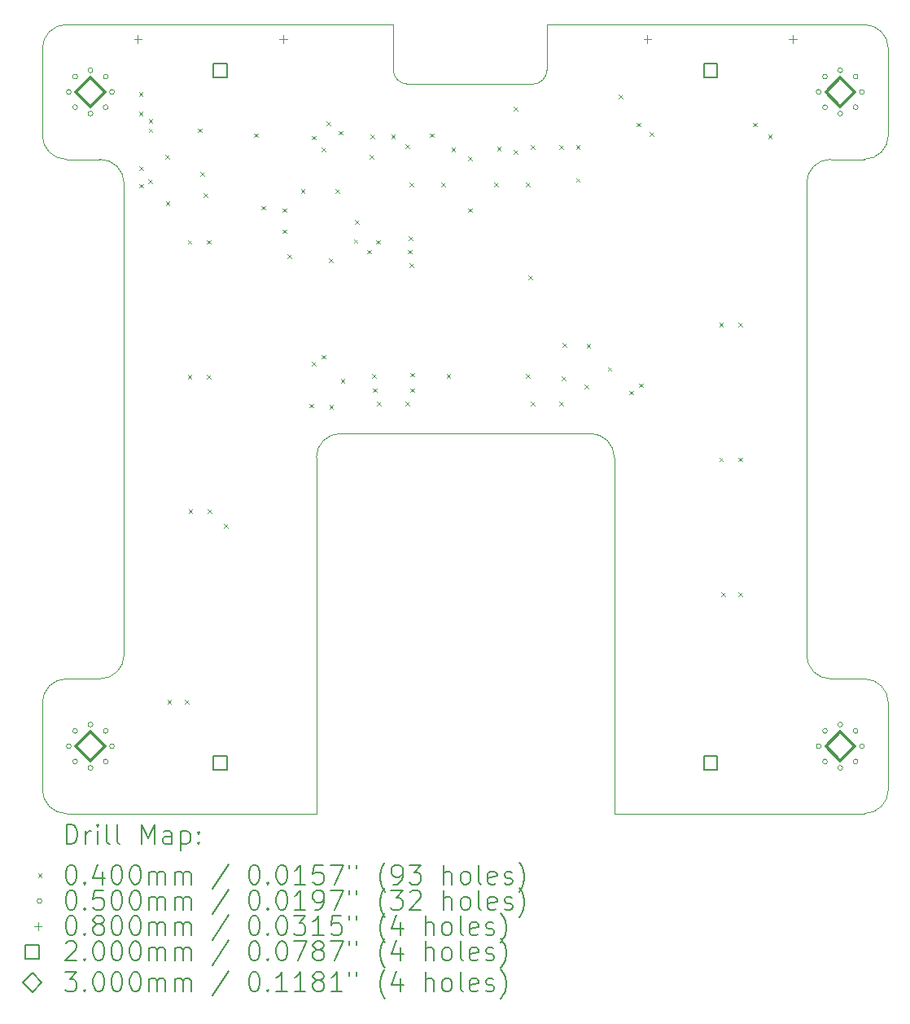
<source format=gbr>
%TF.GenerationSoftware,KiCad,Pcbnew,(6.0.7)*%
%TF.CreationDate,2022-10-18T10:08:22+03:00*%
%TF.ProjectId,TL-Node Rev.0,544c2d4e-6f64-4652-9052-65762e302e6b,rev?*%
%TF.SameCoordinates,Original*%
%TF.FileFunction,Drillmap*%
%TF.FilePolarity,Positive*%
%FSLAX45Y45*%
G04 Gerber Fmt 4.5, Leading zero omitted, Abs format (unit mm)*
G04 Created by KiCad (PCBNEW (6.0.7)) date 2022-10-18 10:08:22*
%MOMM*%
%LPD*%
G01*
G04 APERTURE LIST*
%ADD10C,0.100000*%
%ADD11C,0.200000*%
%ADD12C,0.040000*%
%ADD13C,0.050000*%
%ADD14C,0.080000*%
%ADD15C,0.300000*%
G04 APERTURE END LIST*
D10*
X5600000Y-12950000D02*
G75*
G03*
X5850000Y-13200000I250000J0D01*
G01*
X14150000Y-6400000D02*
G75*
G03*
X14400000Y-6150000I0J250000D01*
G01*
X14400000Y-5250000D02*
G75*
G03*
X14150000Y-5000000I-250000J0D01*
G01*
X6450000Y-6650000D02*
X6450000Y-11550000D01*
X14150000Y-13200000D02*
X11550000Y-13200000D01*
X9250000Y-5468934D02*
X9250000Y-5000000D01*
X13550000Y-11550000D02*
X13550000Y-6650000D01*
X5850000Y-11800000D02*
G75*
G03*
X5600000Y-12050000I0J-250000D01*
G01*
X6200000Y-11800000D02*
G75*
G03*
X6450000Y-11550000I0J250000D01*
G01*
X14150000Y-5000000D02*
X10850000Y-5000000D01*
X5850000Y-6400000D02*
X6200000Y-6400000D01*
X8450000Y-9500000D02*
X8450000Y-13200000D01*
X5600000Y-6150000D02*
G75*
G03*
X5850000Y-6400000I250000J0D01*
G01*
X8700000Y-9250000D02*
G75*
G03*
X8450000Y-9500000I0J-250000D01*
G01*
X11550000Y-9500000D02*
G75*
G03*
X11300000Y-9250000I-250000J0D01*
G01*
X14400000Y-12950000D02*
X14400000Y-12050000D01*
X14400000Y-12050000D02*
G75*
G03*
X14150000Y-11800000I-250000J0D01*
G01*
X14400000Y-5250000D02*
X14400000Y-6150000D01*
X5600000Y-12050000D02*
X5600000Y-12950000D01*
X5850000Y-13200000D02*
X8450000Y-13200000D01*
X6450000Y-6650000D02*
G75*
G03*
X6200000Y-6400000I-250000J0D01*
G01*
X9249996Y-5468934D02*
G75*
G03*
X9400000Y-5618934I150004J4D01*
G01*
X11550000Y-9500000D02*
X11550000Y-13200000D01*
X14150000Y-11800000D02*
X13800000Y-11800000D01*
X13800000Y-6400000D02*
G75*
G03*
X13550000Y-6650000I0J-250000D01*
G01*
X13550000Y-11550000D02*
G75*
G03*
X13800000Y-11800000I250000J0D01*
G01*
X5850000Y-5000000D02*
G75*
G03*
X5600000Y-5250000I0J-250000D01*
G01*
X11300000Y-9250000D02*
X8700000Y-9250000D01*
X13800000Y-6400000D02*
X14150000Y-6400000D01*
X5600000Y-5250000D02*
X5600000Y-6150000D01*
X10850000Y-5468934D02*
X10850000Y-5000000D01*
X6200000Y-11800000D02*
X5850000Y-11800000D01*
X5850000Y-5000000D02*
X9250000Y-5000000D01*
X14150000Y-13200000D02*
G75*
G03*
X14400000Y-12950000I0J250000D01*
G01*
X10700000Y-5618930D02*
G75*
G03*
X10850000Y-5468934I0J150000D01*
G01*
X10700000Y-5618934D02*
X9400000Y-5618934D01*
D11*
D12*
X6605000Y-5705000D02*
X6645000Y-5745000D01*
X6645000Y-5705000D02*
X6605000Y-5745000D01*
X6605000Y-5905000D02*
X6645000Y-5945000D01*
X6645000Y-5905000D02*
X6605000Y-5945000D01*
X6610000Y-6470000D02*
X6650000Y-6510000D01*
X6650000Y-6470000D02*
X6610000Y-6510000D01*
X6610000Y-6655000D02*
X6650000Y-6695000D01*
X6650000Y-6655000D02*
X6610000Y-6695000D01*
X6700000Y-6610000D02*
X6740000Y-6650000D01*
X6740000Y-6610000D02*
X6700000Y-6650000D01*
X6705000Y-5980000D02*
X6745000Y-6020000D01*
X6745000Y-5980000D02*
X6705000Y-6020000D01*
X6705000Y-6080000D02*
X6745000Y-6120000D01*
X6745000Y-6080000D02*
X6705000Y-6120000D01*
X6880000Y-6355000D02*
X6920000Y-6395000D01*
X6920000Y-6355000D02*
X6880000Y-6395000D01*
X6884000Y-6838050D02*
X6924000Y-6878050D01*
X6924000Y-6838050D02*
X6884000Y-6878050D01*
X6900000Y-12020000D02*
X6940000Y-12060000D01*
X6940000Y-12020000D02*
X6900000Y-12060000D01*
X7080000Y-12020000D02*
X7120000Y-12060000D01*
X7120000Y-12020000D02*
X7080000Y-12060000D01*
X7112500Y-7240000D02*
X7152500Y-7280000D01*
X7152500Y-7240000D02*
X7112500Y-7280000D01*
X7112500Y-8640000D02*
X7152500Y-8680000D01*
X7152500Y-8640000D02*
X7112500Y-8680000D01*
X7120000Y-10040000D02*
X7160000Y-10080000D01*
X7160000Y-10040000D02*
X7120000Y-10080000D01*
X7215000Y-6080000D02*
X7255000Y-6120000D01*
X7255000Y-6080000D02*
X7215000Y-6120000D01*
X7245000Y-6535000D02*
X7285000Y-6575000D01*
X7285000Y-6535000D02*
X7245000Y-6575000D01*
X7280000Y-6755000D02*
X7320000Y-6795000D01*
X7320000Y-6755000D02*
X7280000Y-6795000D01*
X7312500Y-7240000D02*
X7352500Y-7280000D01*
X7352500Y-7240000D02*
X7312500Y-7280000D01*
X7312500Y-8640000D02*
X7352500Y-8680000D01*
X7352500Y-8640000D02*
X7312500Y-8680000D01*
X7320000Y-10040000D02*
X7360000Y-10080000D01*
X7360000Y-10040000D02*
X7320000Y-10080000D01*
X7490000Y-10190000D02*
X7530000Y-10230000D01*
X7530000Y-10190000D02*
X7490000Y-10230000D01*
X7805000Y-6130000D02*
X7845000Y-6170000D01*
X7845000Y-6130000D02*
X7805000Y-6170000D01*
X7880000Y-6883909D02*
X7920000Y-6923909D01*
X7920000Y-6883909D02*
X7880000Y-6923909D01*
X8100000Y-6910000D02*
X8140000Y-6950000D01*
X8140000Y-6910000D02*
X8100000Y-6950000D01*
X8100000Y-7130000D02*
X8140000Y-7170000D01*
X8140000Y-7130000D02*
X8100000Y-7170000D01*
X8150000Y-7390000D02*
X8190000Y-7430000D01*
X8190000Y-7390000D02*
X8150000Y-7430000D01*
X8290000Y-6710000D02*
X8330000Y-6750000D01*
X8330000Y-6710000D02*
X8290000Y-6750000D01*
X8380000Y-8940000D02*
X8420000Y-8980000D01*
X8420000Y-8940000D02*
X8380000Y-8980000D01*
X8405000Y-6155000D02*
X8445000Y-6195000D01*
X8445000Y-6155000D02*
X8405000Y-6195000D01*
X8405000Y-8507500D02*
X8445000Y-8547500D01*
X8445000Y-8507500D02*
X8405000Y-8547500D01*
X8505000Y-6280000D02*
X8545000Y-6320000D01*
X8545000Y-6280000D02*
X8505000Y-6320000D01*
X8505000Y-8432500D02*
X8545000Y-8472500D01*
X8545000Y-8432500D02*
X8505000Y-8472500D01*
X8555000Y-6005000D02*
X8595000Y-6045000D01*
X8595000Y-6005000D02*
X8555000Y-6045000D01*
X8580000Y-7430000D02*
X8620000Y-7470000D01*
X8620000Y-7430000D02*
X8580000Y-7470000D01*
X8585000Y-8955000D02*
X8625000Y-8995000D01*
X8625000Y-8955000D02*
X8585000Y-8995000D01*
X8650000Y-6710000D02*
X8690000Y-6750000D01*
X8690000Y-6710000D02*
X8650000Y-6750000D01*
X8680000Y-6105000D02*
X8720000Y-6145000D01*
X8720000Y-6105000D02*
X8680000Y-6145000D01*
X8705000Y-8682500D02*
X8745000Y-8722500D01*
X8745000Y-8682500D02*
X8705000Y-8722500D01*
X8840000Y-7230000D02*
X8880000Y-7270000D01*
X8880000Y-7230000D02*
X8840000Y-7270000D01*
X8855000Y-7030000D02*
X8895000Y-7070000D01*
X8895000Y-7030000D02*
X8855000Y-7070000D01*
X8980000Y-7340000D02*
X9020000Y-7380000D01*
X9020000Y-7340000D02*
X8980000Y-7380000D01*
X9005000Y-6355000D02*
X9045000Y-6395000D01*
X9045000Y-6355000D02*
X9005000Y-6395000D01*
X9010000Y-6140000D02*
X9050000Y-6180000D01*
X9050000Y-6140000D02*
X9010000Y-6180000D01*
X9030000Y-8630000D02*
X9070000Y-8670000D01*
X9070000Y-8630000D02*
X9030000Y-8670000D01*
X9040000Y-8780000D02*
X9080000Y-8820000D01*
X9080000Y-8780000D02*
X9040000Y-8820000D01*
X9070000Y-7240000D02*
X9110000Y-7280000D01*
X9110000Y-7240000D02*
X9070000Y-7280000D01*
X9080000Y-8920000D02*
X9120000Y-8960000D01*
X9120000Y-8920000D02*
X9080000Y-8960000D01*
X9230000Y-6140000D02*
X9270000Y-6180000D01*
X9270000Y-6140000D02*
X9230000Y-6180000D01*
X9380000Y-6247000D02*
X9420000Y-6287000D01*
X9420000Y-6247000D02*
X9380000Y-6287000D01*
X9380000Y-8920000D02*
X9420000Y-8960000D01*
X9420000Y-8920000D02*
X9380000Y-8960000D01*
X9400000Y-7340000D02*
X9440000Y-7380000D01*
X9440000Y-7340000D02*
X9400000Y-7380000D01*
X9410000Y-7200000D02*
X9450000Y-7240000D01*
X9450000Y-7200000D02*
X9410000Y-7240000D01*
X9420000Y-6640000D02*
X9460000Y-6680000D01*
X9460000Y-6640000D02*
X9420000Y-6680000D01*
X9420000Y-7480000D02*
X9460000Y-7520000D01*
X9460000Y-7480000D02*
X9420000Y-7520000D01*
X9430000Y-8620000D02*
X9470000Y-8660000D01*
X9470000Y-8620000D02*
X9430000Y-8660000D01*
X9430000Y-8780000D02*
X9470000Y-8820000D01*
X9470000Y-8780000D02*
X9430000Y-8820000D01*
X9630000Y-6130000D02*
X9670000Y-6170000D01*
X9670000Y-6130000D02*
X9630000Y-6170000D01*
X9750000Y-6640000D02*
X9790000Y-6680000D01*
X9790000Y-6640000D02*
X9750000Y-6680000D01*
X9805000Y-8630000D02*
X9845000Y-8670000D01*
X9845000Y-8630000D02*
X9805000Y-8670000D01*
X9855000Y-6280000D02*
X9895000Y-6320000D01*
X9895000Y-6280000D02*
X9855000Y-6320000D01*
X10030000Y-6370000D02*
X10070000Y-6410000D01*
X10070000Y-6370000D02*
X10030000Y-6410000D01*
X10030000Y-6910000D02*
X10070000Y-6950000D01*
X10070000Y-6910000D02*
X10030000Y-6950000D01*
X10300000Y-6640000D02*
X10340000Y-6680000D01*
X10340000Y-6640000D02*
X10300000Y-6680000D01*
X10330000Y-6270000D02*
X10370000Y-6310000D01*
X10370000Y-6270000D02*
X10330000Y-6310000D01*
X10505000Y-5855000D02*
X10545000Y-5895000D01*
X10545000Y-5855000D02*
X10505000Y-5895000D01*
X10505000Y-6305000D02*
X10545000Y-6345000D01*
X10545000Y-6305000D02*
X10505000Y-6345000D01*
X10630000Y-6640000D02*
X10670000Y-6680000D01*
X10670000Y-6640000D02*
X10630000Y-6680000D01*
X10630000Y-8630000D02*
X10670000Y-8670000D01*
X10670000Y-8630000D02*
X10630000Y-8670000D01*
X10655000Y-7605000D02*
X10695000Y-7645000D01*
X10695000Y-7605000D02*
X10655000Y-7645000D01*
X10680000Y-6250000D02*
X10720000Y-6290000D01*
X10720000Y-6250000D02*
X10680000Y-6290000D01*
X10680000Y-8920000D02*
X10720000Y-8960000D01*
X10720000Y-8920000D02*
X10680000Y-8960000D01*
X10980000Y-6250000D02*
X11020000Y-6290000D01*
X11020000Y-6250000D02*
X10980000Y-6290000D01*
X10980000Y-8920000D02*
X11020000Y-8960000D01*
X11020000Y-8920000D02*
X10980000Y-8960000D01*
X11000000Y-8655000D02*
X11040000Y-8695000D01*
X11040000Y-8655000D02*
X11000000Y-8695000D01*
X11010000Y-8310000D02*
X11050000Y-8350000D01*
X11050000Y-8310000D02*
X11010000Y-8350000D01*
X11150000Y-6250000D02*
X11190000Y-6290000D01*
X11190000Y-6250000D02*
X11150000Y-6290000D01*
X11150000Y-6595000D02*
X11190000Y-6635000D01*
X11190000Y-6595000D02*
X11150000Y-6635000D01*
X11240000Y-8740000D02*
X11280000Y-8780000D01*
X11280000Y-8740000D02*
X11240000Y-8780000D01*
X11260000Y-8320000D02*
X11300000Y-8360000D01*
X11300000Y-8320000D02*
X11260000Y-8360000D01*
X11480000Y-8560000D02*
X11520000Y-8600000D01*
X11520000Y-8560000D02*
X11480000Y-8600000D01*
X11595000Y-5730000D02*
X11635000Y-5770000D01*
X11635000Y-5730000D02*
X11595000Y-5770000D01*
X11705000Y-8805000D02*
X11745000Y-8845000D01*
X11745000Y-8805000D02*
X11705000Y-8845000D01*
X11780000Y-6020000D02*
X11820000Y-6060000D01*
X11820000Y-6020000D02*
X11780000Y-6060000D01*
X11805000Y-8730000D02*
X11845000Y-8770000D01*
X11845000Y-8730000D02*
X11805000Y-8770000D01*
X11920000Y-6120000D02*
X11960000Y-6160000D01*
X11960000Y-6120000D02*
X11920000Y-6160000D01*
X12640000Y-8100000D02*
X12680000Y-8140000D01*
X12680000Y-8100000D02*
X12640000Y-8140000D01*
X12640000Y-9500000D02*
X12680000Y-9540000D01*
X12680000Y-9500000D02*
X12640000Y-9540000D01*
X12660000Y-10900000D02*
X12700000Y-10940000D01*
X12700000Y-10900000D02*
X12660000Y-10940000D01*
X12840000Y-8100000D02*
X12880000Y-8140000D01*
X12880000Y-8100000D02*
X12840000Y-8140000D01*
X12840000Y-9500000D02*
X12880000Y-9540000D01*
X12880000Y-9500000D02*
X12840000Y-9540000D01*
X12840000Y-10900000D02*
X12880000Y-10940000D01*
X12880000Y-10900000D02*
X12840000Y-10940000D01*
X12990000Y-6020000D02*
X13030000Y-6060000D01*
X13030000Y-6020000D02*
X12990000Y-6060000D01*
X13150000Y-6140000D02*
X13190000Y-6180000D01*
X13190000Y-6140000D02*
X13150000Y-6180000D01*
D13*
X5900000Y-5700000D02*
G75*
G03*
X5900000Y-5700000I-25000J0D01*
G01*
X5900000Y-12500000D02*
G75*
G03*
X5900000Y-12500000I-25000J0D01*
G01*
X5965901Y-5540901D02*
G75*
G03*
X5965901Y-5540901I-25000J0D01*
G01*
X5965901Y-5859099D02*
G75*
G03*
X5965901Y-5859099I-25000J0D01*
G01*
X5965901Y-12340901D02*
G75*
G03*
X5965901Y-12340901I-25000J0D01*
G01*
X5965901Y-12659099D02*
G75*
G03*
X5965901Y-12659099I-25000J0D01*
G01*
X6125000Y-5475000D02*
G75*
G03*
X6125000Y-5475000I-25000J0D01*
G01*
X6125000Y-5925000D02*
G75*
G03*
X6125000Y-5925000I-25000J0D01*
G01*
X6125000Y-12275000D02*
G75*
G03*
X6125000Y-12275000I-25000J0D01*
G01*
X6125000Y-12725000D02*
G75*
G03*
X6125000Y-12725000I-25000J0D01*
G01*
X6284099Y-5540901D02*
G75*
G03*
X6284099Y-5540901I-25000J0D01*
G01*
X6284099Y-5859099D02*
G75*
G03*
X6284099Y-5859099I-25000J0D01*
G01*
X6284099Y-12340901D02*
G75*
G03*
X6284099Y-12340901I-25000J0D01*
G01*
X6284099Y-12659099D02*
G75*
G03*
X6284099Y-12659099I-25000J0D01*
G01*
X6350000Y-5700000D02*
G75*
G03*
X6350000Y-5700000I-25000J0D01*
G01*
X6350000Y-12500000D02*
G75*
G03*
X6350000Y-12500000I-25000J0D01*
G01*
X13700000Y-5700000D02*
G75*
G03*
X13700000Y-5700000I-25000J0D01*
G01*
X13700000Y-12500000D02*
G75*
G03*
X13700000Y-12500000I-25000J0D01*
G01*
X13765901Y-5540901D02*
G75*
G03*
X13765901Y-5540901I-25000J0D01*
G01*
X13765901Y-5859099D02*
G75*
G03*
X13765901Y-5859099I-25000J0D01*
G01*
X13765901Y-12340901D02*
G75*
G03*
X13765901Y-12340901I-25000J0D01*
G01*
X13765901Y-12659099D02*
G75*
G03*
X13765901Y-12659099I-25000J0D01*
G01*
X13925000Y-5475000D02*
G75*
G03*
X13925000Y-5475000I-25000J0D01*
G01*
X13925000Y-5925000D02*
G75*
G03*
X13925000Y-5925000I-25000J0D01*
G01*
X13925000Y-12275000D02*
G75*
G03*
X13925000Y-12275000I-25000J0D01*
G01*
X13925000Y-12725000D02*
G75*
G03*
X13925000Y-12725000I-25000J0D01*
G01*
X14084099Y-5540901D02*
G75*
G03*
X14084099Y-5540901I-25000J0D01*
G01*
X14084099Y-5859099D02*
G75*
G03*
X14084099Y-5859099I-25000J0D01*
G01*
X14084099Y-12340901D02*
G75*
G03*
X14084099Y-12340901I-25000J0D01*
G01*
X14084099Y-12659099D02*
G75*
G03*
X14084099Y-12659099I-25000J0D01*
G01*
X14150000Y-5700000D02*
G75*
G03*
X14150000Y-5700000I-25000J0D01*
G01*
X14150000Y-12500000D02*
G75*
G03*
X14150000Y-12500000I-25000J0D01*
G01*
D14*
X6594000Y-5110000D02*
X6594000Y-5190000D01*
X6554000Y-5150000D02*
X6634000Y-5150000D01*
X8106000Y-5110000D02*
X8106000Y-5190000D01*
X8066000Y-5150000D02*
X8146000Y-5150000D01*
X11894000Y-5110000D02*
X11894000Y-5190000D01*
X11854000Y-5150000D02*
X11934000Y-5150000D01*
X13406000Y-5110000D02*
X13406000Y-5190000D01*
X13366000Y-5150000D02*
X13446000Y-5150000D01*
D11*
X7520711Y-5545711D02*
X7520711Y-5404289D01*
X7379289Y-5404289D01*
X7379289Y-5545711D01*
X7520711Y-5545711D01*
X7520711Y-12745711D02*
X7520711Y-12604289D01*
X7379289Y-12604289D01*
X7379289Y-12745711D01*
X7520711Y-12745711D01*
X12620711Y-5545711D02*
X12620711Y-5404289D01*
X12479289Y-5404289D01*
X12479289Y-5545711D01*
X12620711Y-5545711D01*
X12620711Y-12745711D02*
X12620711Y-12604289D01*
X12479289Y-12604289D01*
X12479289Y-12745711D01*
X12620711Y-12745711D01*
D15*
X6100000Y-5850000D02*
X6250000Y-5700000D01*
X6100000Y-5550000D01*
X5950000Y-5700000D01*
X6100000Y-5850000D01*
X6100000Y-12650000D02*
X6250000Y-12500000D01*
X6100000Y-12350000D01*
X5950000Y-12500000D01*
X6100000Y-12650000D01*
X13900000Y-5850000D02*
X14050000Y-5700000D01*
X13900000Y-5550000D01*
X13750000Y-5700000D01*
X13900000Y-5850000D01*
X13900000Y-12650000D02*
X14050000Y-12500000D01*
X13900000Y-12350000D01*
X13750000Y-12500000D01*
X13900000Y-12650000D01*
D11*
X5852619Y-13515476D02*
X5852619Y-13315476D01*
X5900238Y-13315476D01*
X5928809Y-13325000D01*
X5947857Y-13344048D01*
X5957381Y-13363095D01*
X5966905Y-13401190D01*
X5966905Y-13429762D01*
X5957381Y-13467857D01*
X5947857Y-13486905D01*
X5928809Y-13505952D01*
X5900238Y-13515476D01*
X5852619Y-13515476D01*
X6052619Y-13515476D02*
X6052619Y-13382143D01*
X6052619Y-13420238D02*
X6062143Y-13401190D01*
X6071667Y-13391667D01*
X6090714Y-13382143D01*
X6109762Y-13382143D01*
X6176428Y-13515476D02*
X6176428Y-13382143D01*
X6176428Y-13315476D02*
X6166905Y-13325000D01*
X6176428Y-13334524D01*
X6185952Y-13325000D01*
X6176428Y-13315476D01*
X6176428Y-13334524D01*
X6300238Y-13515476D02*
X6281190Y-13505952D01*
X6271667Y-13486905D01*
X6271667Y-13315476D01*
X6405000Y-13515476D02*
X6385952Y-13505952D01*
X6376428Y-13486905D01*
X6376428Y-13315476D01*
X6633571Y-13515476D02*
X6633571Y-13315476D01*
X6700238Y-13458333D01*
X6766905Y-13315476D01*
X6766905Y-13515476D01*
X6947857Y-13515476D02*
X6947857Y-13410714D01*
X6938333Y-13391667D01*
X6919286Y-13382143D01*
X6881190Y-13382143D01*
X6862143Y-13391667D01*
X6947857Y-13505952D02*
X6928809Y-13515476D01*
X6881190Y-13515476D01*
X6862143Y-13505952D01*
X6852619Y-13486905D01*
X6852619Y-13467857D01*
X6862143Y-13448809D01*
X6881190Y-13439286D01*
X6928809Y-13439286D01*
X6947857Y-13429762D01*
X7043095Y-13382143D02*
X7043095Y-13582143D01*
X7043095Y-13391667D02*
X7062143Y-13382143D01*
X7100238Y-13382143D01*
X7119286Y-13391667D01*
X7128809Y-13401190D01*
X7138333Y-13420238D01*
X7138333Y-13477381D01*
X7128809Y-13496428D01*
X7119286Y-13505952D01*
X7100238Y-13515476D01*
X7062143Y-13515476D01*
X7043095Y-13505952D01*
X7224048Y-13496428D02*
X7233571Y-13505952D01*
X7224048Y-13515476D01*
X7214524Y-13505952D01*
X7224048Y-13496428D01*
X7224048Y-13515476D01*
X7224048Y-13391667D02*
X7233571Y-13401190D01*
X7224048Y-13410714D01*
X7214524Y-13401190D01*
X7224048Y-13391667D01*
X7224048Y-13410714D01*
D12*
X5555000Y-13825000D02*
X5595000Y-13865000D01*
X5595000Y-13825000D02*
X5555000Y-13865000D01*
D11*
X5890714Y-13735476D02*
X5909762Y-13735476D01*
X5928809Y-13745000D01*
X5938333Y-13754524D01*
X5947857Y-13773571D01*
X5957381Y-13811667D01*
X5957381Y-13859286D01*
X5947857Y-13897381D01*
X5938333Y-13916428D01*
X5928809Y-13925952D01*
X5909762Y-13935476D01*
X5890714Y-13935476D01*
X5871667Y-13925952D01*
X5862143Y-13916428D01*
X5852619Y-13897381D01*
X5843095Y-13859286D01*
X5843095Y-13811667D01*
X5852619Y-13773571D01*
X5862143Y-13754524D01*
X5871667Y-13745000D01*
X5890714Y-13735476D01*
X6043095Y-13916428D02*
X6052619Y-13925952D01*
X6043095Y-13935476D01*
X6033571Y-13925952D01*
X6043095Y-13916428D01*
X6043095Y-13935476D01*
X6224048Y-13802143D02*
X6224048Y-13935476D01*
X6176428Y-13725952D02*
X6128809Y-13868809D01*
X6252619Y-13868809D01*
X6366905Y-13735476D02*
X6385952Y-13735476D01*
X6405000Y-13745000D01*
X6414524Y-13754524D01*
X6424048Y-13773571D01*
X6433571Y-13811667D01*
X6433571Y-13859286D01*
X6424048Y-13897381D01*
X6414524Y-13916428D01*
X6405000Y-13925952D01*
X6385952Y-13935476D01*
X6366905Y-13935476D01*
X6347857Y-13925952D01*
X6338333Y-13916428D01*
X6328809Y-13897381D01*
X6319286Y-13859286D01*
X6319286Y-13811667D01*
X6328809Y-13773571D01*
X6338333Y-13754524D01*
X6347857Y-13745000D01*
X6366905Y-13735476D01*
X6557381Y-13735476D02*
X6576428Y-13735476D01*
X6595476Y-13745000D01*
X6605000Y-13754524D01*
X6614524Y-13773571D01*
X6624048Y-13811667D01*
X6624048Y-13859286D01*
X6614524Y-13897381D01*
X6605000Y-13916428D01*
X6595476Y-13925952D01*
X6576428Y-13935476D01*
X6557381Y-13935476D01*
X6538333Y-13925952D01*
X6528809Y-13916428D01*
X6519286Y-13897381D01*
X6509762Y-13859286D01*
X6509762Y-13811667D01*
X6519286Y-13773571D01*
X6528809Y-13754524D01*
X6538333Y-13745000D01*
X6557381Y-13735476D01*
X6709762Y-13935476D02*
X6709762Y-13802143D01*
X6709762Y-13821190D02*
X6719286Y-13811667D01*
X6738333Y-13802143D01*
X6766905Y-13802143D01*
X6785952Y-13811667D01*
X6795476Y-13830714D01*
X6795476Y-13935476D01*
X6795476Y-13830714D02*
X6805000Y-13811667D01*
X6824048Y-13802143D01*
X6852619Y-13802143D01*
X6871667Y-13811667D01*
X6881190Y-13830714D01*
X6881190Y-13935476D01*
X6976428Y-13935476D02*
X6976428Y-13802143D01*
X6976428Y-13821190D02*
X6985952Y-13811667D01*
X7005000Y-13802143D01*
X7033571Y-13802143D01*
X7052619Y-13811667D01*
X7062143Y-13830714D01*
X7062143Y-13935476D01*
X7062143Y-13830714D02*
X7071667Y-13811667D01*
X7090714Y-13802143D01*
X7119286Y-13802143D01*
X7138333Y-13811667D01*
X7147857Y-13830714D01*
X7147857Y-13935476D01*
X7538333Y-13725952D02*
X7366905Y-13983095D01*
X7795476Y-13735476D02*
X7814524Y-13735476D01*
X7833571Y-13745000D01*
X7843095Y-13754524D01*
X7852619Y-13773571D01*
X7862143Y-13811667D01*
X7862143Y-13859286D01*
X7852619Y-13897381D01*
X7843095Y-13916428D01*
X7833571Y-13925952D01*
X7814524Y-13935476D01*
X7795476Y-13935476D01*
X7776428Y-13925952D01*
X7766905Y-13916428D01*
X7757381Y-13897381D01*
X7747857Y-13859286D01*
X7747857Y-13811667D01*
X7757381Y-13773571D01*
X7766905Y-13754524D01*
X7776428Y-13745000D01*
X7795476Y-13735476D01*
X7947857Y-13916428D02*
X7957381Y-13925952D01*
X7947857Y-13935476D01*
X7938333Y-13925952D01*
X7947857Y-13916428D01*
X7947857Y-13935476D01*
X8081190Y-13735476D02*
X8100238Y-13735476D01*
X8119286Y-13745000D01*
X8128809Y-13754524D01*
X8138333Y-13773571D01*
X8147857Y-13811667D01*
X8147857Y-13859286D01*
X8138333Y-13897381D01*
X8128809Y-13916428D01*
X8119286Y-13925952D01*
X8100238Y-13935476D01*
X8081190Y-13935476D01*
X8062143Y-13925952D01*
X8052619Y-13916428D01*
X8043095Y-13897381D01*
X8033571Y-13859286D01*
X8033571Y-13811667D01*
X8043095Y-13773571D01*
X8052619Y-13754524D01*
X8062143Y-13745000D01*
X8081190Y-13735476D01*
X8338333Y-13935476D02*
X8224048Y-13935476D01*
X8281190Y-13935476D02*
X8281190Y-13735476D01*
X8262143Y-13764048D01*
X8243095Y-13783095D01*
X8224048Y-13792619D01*
X8519286Y-13735476D02*
X8424048Y-13735476D01*
X8414524Y-13830714D01*
X8424048Y-13821190D01*
X8443095Y-13811667D01*
X8490714Y-13811667D01*
X8509762Y-13821190D01*
X8519286Y-13830714D01*
X8528810Y-13849762D01*
X8528810Y-13897381D01*
X8519286Y-13916428D01*
X8509762Y-13925952D01*
X8490714Y-13935476D01*
X8443095Y-13935476D01*
X8424048Y-13925952D01*
X8414524Y-13916428D01*
X8595476Y-13735476D02*
X8728810Y-13735476D01*
X8643095Y-13935476D01*
X8795476Y-13735476D02*
X8795476Y-13773571D01*
X8871667Y-13735476D02*
X8871667Y-13773571D01*
X9166905Y-14011667D02*
X9157381Y-14002143D01*
X9138333Y-13973571D01*
X9128810Y-13954524D01*
X9119286Y-13925952D01*
X9109762Y-13878333D01*
X9109762Y-13840238D01*
X9119286Y-13792619D01*
X9128810Y-13764048D01*
X9138333Y-13745000D01*
X9157381Y-13716428D01*
X9166905Y-13706905D01*
X9252619Y-13935476D02*
X9290714Y-13935476D01*
X9309762Y-13925952D01*
X9319286Y-13916428D01*
X9338333Y-13887857D01*
X9347857Y-13849762D01*
X9347857Y-13773571D01*
X9338333Y-13754524D01*
X9328810Y-13745000D01*
X9309762Y-13735476D01*
X9271667Y-13735476D01*
X9252619Y-13745000D01*
X9243095Y-13754524D01*
X9233571Y-13773571D01*
X9233571Y-13821190D01*
X9243095Y-13840238D01*
X9252619Y-13849762D01*
X9271667Y-13859286D01*
X9309762Y-13859286D01*
X9328810Y-13849762D01*
X9338333Y-13840238D01*
X9347857Y-13821190D01*
X9414524Y-13735476D02*
X9538333Y-13735476D01*
X9471667Y-13811667D01*
X9500238Y-13811667D01*
X9519286Y-13821190D01*
X9528810Y-13830714D01*
X9538333Y-13849762D01*
X9538333Y-13897381D01*
X9528810Y-13916428D01*
X9519286Y-13925952D01*
X9500238Y-13935476D01*
X9443095Y-13935476D01*
X9424048Y-13925952D01*
X9414524Y-13916428D01*
X9776429Y-13935476D02*
X9776429Y-13735476D01*
X9862143Y-13935476D02*
X9862143Y-13830714D01*
X9852619Y-13811667D01*
X9833571Y-13802143D01*
X9805000Y-13802143D01*
X9785952Y-13811667D01*
X9776429Y-13821190D01*
X9985952Y-13935476D02*
X9966905Y-13925952D01*
X9957381Y-13916428D01*
X9947857Y-13897381D01*
X9947857Y-13840238D01*
X9957381Y-13821190D01*
X9966905Y-13811667D01*
X9985952Y-13802143D01*
X10014524Y-13802143D01*
X10033571Y-13811667D01*
X10043095Y-13821190D01*
X10052619Y-13840238D01*
X10052619Y-13897381D01*
X10043095Y-13916428D01*
X10033571Y-13925952D01*
X10014524Y-13935476D01*
X9985952Y-13935476D01*
X10166905Y-13935476D02*
X10147857Y-13925952D01*
X10138333Y-13906905D01*
X10138333Y-13735476D01*
X10319286Y-13925952D02*
X10300238Y-13935476D01*
X10262143Y-13935476D01*
X10243095Y-13925952D01*
X10233571Y-13906905D01*
X10233571Y-13830714D01*
X10243095Y-13811667D01*
X10262143Y-13802143D01*
X10300238Y-13802143D01*
X10319286Y-13811667D01*
X10328810Y-13830714D01*
X10328810Y-13849762D01*
X10233571Y-13868809D01*
X10405000Y-13925952D02*
X10424048Y-13935476D01*
X10462143Y-13935476D01*
X10481190Y-13925952D01*
X10490714Y-13906905D01*
X10490714Y-13897381D01*
X10481190Y-13878333D01*
X10462143Y-13868809D01*
X10433571Y-13868809D01*
X10414524Y-13859286D01*
X10405000Y-13840238D01*
X10405000Y-13830714D01*
X10414524Y-13811667D01*
X10433571Y-13802143D01*
X10462143Y-13802143D01*
X10481190Y-13811667D01*
X10557381Y-14011667D02*
X10566905Y-14002143D01*
X10585952Y-13973571D01*
X10595476Y-13954524D01*
X10605000Y-13925952D01*
X10614524Y-13878333D01*
X10614524Y-13840238D01*
X10605000Y-13792619D01*
X10595476Y-13764048D01*
X10585952Y-13745000D01*
X10566905Y-13716428D01*
X10557381Y-13706905D01*
D13*
X5595000Y-14109000D02*
G75*
G03*
X5595000Y-14109000I-25000J0D01*
G01*
D11*
X5890714Y-13999476D02*
X5909762Y-13999476D01*
X5928809Y-14009000D01*
X5938333Y-14018524D01*
X5947857Y-14037571D01*
X5957381Y-14075667D01*
X5957381Y-14123286D01*
X5947857Y-14161381D01*
X5938333Y-14180428D01*
X5928809Y-14189952D01*
X5909762Y-14199476D01*
X5890714Y-14199476D01*
X5871667Y-14189952D01*
X5862143Y-14180428D01*
X5852619Y-14161381D01*
X5843095Y-14123286D01*
X5843095Y-14075667D01*
X5852619Y-14037571D01*
X5862143Y-14018524D01*
X5871667Y-14009000D01*
X5890714Y-13999476D01*
X6043095Y-14180428D02*
X6052619Y-14189952D01*
X6043095Y-14199476D01*
X6033571Y-14189952D01*
X6043095Y-14180428D01*
X6043095Y-14199476D01*
X6233571Y-13999476D02*
X6138333Y-13999476D01*
X6128809Y-14094714D01*
X6138333Y-14085190D01*
X6157381Y-14075667D01*
X6205000Y-14075667D01*
X6224048Y-14085190D01*
X6233571Y-14094714D01*
X6243095Y-14113762D01*
X6243095Y-14161381D01*
X6233571Y-14180428D01*
X6224048Y-14189952D01*
X6205000Y-14199476D01*
X6157381Y-14199476D01*
X6138333Y-14189952D01*
X6128809Y-14180428D01*
X6366905Y-13999476D02*
X6385952Y-13999476D01*
X6405000Y-14009000D01*
X6414524Y-14018524D01*
X6424048Y-14037571D01*
X6433571Y-14075667D01*
X6433571Y-14123286D01*
X6424048Y-14161381D01*
X6414524Y-14180428D01*
X6405000Y-14189952D01*
X6385952Y-14199476D01*
X6366905Y-14199476D01*
X6347857Y-14189952D01*
X6338333Y-14180428D01*
X6328809Y-14161381D01*
X6319286Y-14123286D01*
X6319286Y-14075667D01*
X6328809Y-14037571D01*
X6338333Y-14018524D01*
X6347857Y-14009000D01*
X6366905Y-13999476D01*
X6557381Y-13999476D02*
X6576428Y-13999476D01*
X6595476Y-14009000D01*
X6605000Y-14018524D01*
X6614524Y-14037571D01*
X6624048Y-14075667D01*
X6624048Y-14123286D01*
X6614524Y-14161381D01*
X6605000Y-14180428D01*
X6595476Y-14189952D01*
X6576428Y-14199476D01*
X6557381Y-14199476D01*
X6538333Y-14189952D01*
X6528809Y-14180428D01*
X6519286Y-14161381D01*
X6509762Y-14123286D01*
X6509762Y-14075667D01*
X6519286Y-14037571D01*
X6528809Y-14018524D01*
X6538333Y-14009000D01*
X6557381Y-13999476D01*
X6709762Y-14199476D02*
X6709762Y-14066143D01*
X6709762Y-14085190D02*
X6719286Y-14075667D01*
X6738333Y-14066143D01*
X6766905Y-14066143D01*
X6785952Y-14075667D01*
X6795476Y-14094714D01*
X6795476Y-14199476D01*
X6795476Y-14094714D02*
X6805000Y-14075667D01*
X6824048Y-14066143D01*
X6852619Y-14066143D01*
X6871667Y-14075667D01*
X6881190Y-14094714D01*
X6881190Y-14199476D01*
X6976428Y-14199476D02*
X6976428Y-14066143D01*
X6976428Y-14085190D02*
X6985952Y-14075667D01*
X7005000Y-14066143D01*
X7033571Y-14066143D01*
X7052619Y-14075667D01*
X7062143Y-14094714D01*
X7062143Y-14199476D01*
X7062143Y-14094714D02*
X7071667Y-14075667D01*
X7090714Y-14066143D01*
X7119286Y-14066143D01*
X7138333Y-14075667D01*
X7147857Y-14094714D01*
X7147857Y-14199476D01*
X7538333Y-13989952D02*
X7366905Y-14247095D01*
X7795476Y-13999476D02*
X7814524Y-13999476D01*
X7833571Y-14009000D01*
X7843095Y-14018524D01*
X7852619Y-14037571D01*
X7862143Y-14075667D01*
X7862143Y-14123286D01*
X7852619Y-14161381D01*
X7843095Y-14180428D01*
X7833571Y-14189952D01*
X7814524Y-14199476D01*
X7795476Y-14199476D01*
X7776428Y-14189952D01*
X7766905Y-14180428D01*
X7757381Y-14161381D01*
X7747857Y-14123286D01*
X7747857Y-14075667D01*
X7757381Y-14037571D01*
X7766905Y-14018524D01*
X7776428Y-14009000D01*
X7795476Y-13999476D01*
X7947857Y-14180428D02*
X7957381Y-14189952D01*
X7947857Y-14199476D01*
X7938333Y-14189952D01*
X7947857Y-14180428D01*
X7947857Y-14199476D01*
X8081190Y-13999476D02*
X8100238Y-13999476D01*
X8119286Y-14009000D01*
X8128809Y-14018524D01*
X8138333Y-14037571D01*
X8147857Y-14075667D01*
X8147857Y-14123286D01*
X8138333Y-14161381D01*
X8128809Y-14180428D01*
X8119286Y-14189952D01*
X8100238Y-14199476D01*
X8081190Y-14199476D01*
X8062143Y-14189952D01*
X8052619Y-14180428D01*
X8043095Y-14161381D01*
X8033571Y-14123286D01*
X8033571Y-14075667D01*
X8043095Y-14037571D01*
X8052619Y-14018524D01*
X8062143Y-14009000D01*
X8081190Y-13999476D01*
X8338333Y-14199476D02*
X8224048Y-14199476D01*
X8281190Y-14199476D02*
X8281190Y-13999476D01*
X8262143Y-14028048D01*
X8243095Y-14047095D01*
X8224048Y-14056619D01*
X8433571Y-14199476D02*
X8471667Y-14199476D01*
X8490714Y-14189952D01*
X8500238Y-14180428D01*
X8519286Y-14151857D01*
X8528810Y-14113762D01*
X8528810Y-14037571D01*
X8519286Y-14018524D01*
X8509762Y-14009000D01*
X8490714Y-13999476D01*
X8452619Y-13999476D01*
X8433571Y-14009000D01*
X8424048Y-14018524D01*
X8414524Y-14037571D01*
X8414524Y-14085190D01*
X8424048Y-14104238D01*
X8433571Y-14113762D01*
X8452619Y-14123286D01*
X8490714Y-14123286D01*
X8509762Y-14113762D01*
X8519286Y-14104238D01*
X8528810Y-14085190D01*
X8595476Y-13999476D02*
X8728810Y-13999476D01*
X8643095Y-14199476D01*
X8795476Y-13999476D02*
X8795476Y-14037571D01*
X8871667Y-13999476D02*
X8871667Y-14037571D01*
X9166905Y-14275667D02*
X9157381Y-14266143D01*
X9138333Y-14237571D01*
X9128810Y-14218524D01*
X9119286Y-14189952D01*
X9109762Y-14142333D01*
X9109762Y-14104238D01*
X9119286Y-14056619D01*
X9128810Y-14028048D01*
X9138333Y-14009000D01*
X9157381Y-13980428D01*
X9166905Y-13970905D01*
X9224048Y-13999476D02*
X9347857Y-13999476D01*
X9281190Y-14075667D01*
X9309762Y-14075667D01*
X9328810Y-14085190D01*
X9338333Y-14094714D01*
X9347857Y-14113762D01*
X9347857Y-14161381D01*
X9338333Y-14180428D01*
X9328810Y-14189952D01*
X9309762Y-14199476D01*
X9252619Y-14199476D01*
X9233571Y-14189952D01*
X9224048Y-14180428D01*
X9424048Y-14018524D02*
X9433571Y-14009000D01*
X9452619Y-13999476D01*
X9500238Y-13999476D01*
X9519286Y-14009000D01*
X9528810Y-14018524D01*
X9538333Y-14037571D01*
X9538333Y-14056619D01*
X9528810Y-14085190D01*
X9414524Y-14199476D01*
X9538333Y-14199476D01*
X9776429Y-14199476D02*
X9776429Y-13999476D01*
X9862143Y-14199476D02*
X9862143Y-14094714D01*
X9852619Y-14075667D01*
X9833571Y-14066143D01*
X9805000Y-14066143D01*
X9785952Y-14075667D01*
X9776429Y-14085190D01*
X9985952Y-14199476D02*
X9966905Y-14189952D01*
X9957381Y-14180428D01*
X9947857Y-14161381D01*
X9947857Y-14104238D01*
X9957381Y-14085190D01*
X9966905Y-14075667D01*
X9985952Y-14066143D01*
X10014524Y-14066143D01*
X10033571Y-14075667D01*
X10043095Y-14085190D01*
X10052619Y-14104238D01*
X10052619Y-14161381D01*
X10043095Y-14180428D01*
X10033571Y-14189952D01*
X10014524Y-14199476D01*
X9985952Y-14199476D01*
X10166905Y-14199476D02*
X10147857Y-14189952D01*
X10138333Y-14170905D01*
X10138333Y-13999476D01*
X10319286Y-14189952D02*
X10300238Y-14199476D01*
X10262143Y-14199476D01*
X10243095Y-14189952D01*
X10233571Y-14170905D01*
X10233571Y-14094714D01*
X10243095Y-14075667D01*
X10262143Y-14066143D01*
X10300238Y-14066143D01*
X10319286Y-14075667D01*
X10328810Y-14094714D01*
X10328810Y-14113762D01*
X10233571Y-14132809D01*
X10405000Y-14189952D02*
X10424048Y-14199476D01*
X10462143Y-14199476D01*
X10481190Y-14189952D01*
X10490714Y-14170905D01*
X10490714Y-14161381D01*
X10481190Y-14142333D01*
X10462143Y-14132809D01*
X10433571Y-14132809D01*
X10414524Y-14123286D01*
X10405000Y-14104238D01*
X10405000Y-14094714D01*
X10414524Y-14075667D01*
X10433571Y-14066143D01*
X10462143Y-14066143D01*
X10481190Y-14075667D01*
X10557381Y-14275667D02*
X10566905Y-14266143D01*
X10585952Y-14237571D01*
X10595476Y-14218524D01*
X10605000Y-14189952D01*
X10614524Y-14142333D01*
X10614524Y-14104238D01*
X10605000Y-14056619D01*
X10595476Y-14028048D01*
X10585952Y-14009000D01*
X10566905Y-13980428D01*
X10557381Y-13970905D01*
D14*
X5555000Y-14333000D02*
X5555000Y-14413000D01*
X5515000Y-14373000D02*
X5595000Y-14373000D01*
D11*
X5890714Y-14263476D02*
X5909762Y-14263476D01*
X5928809Y-14273000D01*
X5938333Y-14282524D01*
X5947857Y-14301571D01*
X5957381Y-14339667D01*
X5957381Y-14387286D01*
X5947857Y-14425381D01*
X5938333Y-14444428D01*
X5928809Y-14453952D01*
X5909762Y-14463476D01*
X5890714Y-14463476D01*
X5871667Y-14453952D01*
X5862143Y-14444428D01*
X5852619Y-14425381D01*
X5843095Y-14387286D01*
X5843095Y-14339667D01*
X5852619Y-14301571D01*
X5862143Y-14282524D01*
X5871667Y-14273000D01*
X5890714Y-14263476D01*
X6043095Y-14444428D02*
X6052619Y-14453952D01*
X6043095Y-14463476D01*
X6033571Y-14453952D01*
X6043095Y-14444428D01*
X6043095Y-14463476D01*
X6166905Y-14349190D02*
X6147857Y-14339667D01*
X6138333Y-14330143D01*
X6128809Y-14311095D01*
X6128809Y-14301571D01*
X6138333Y-14282524D01*
X6147857Y-14273000D01*
X6166905Y-14263476D01*
X6205000Y-14263476D01*
X6224048Y-14273000D01*
X6233571Y-14282524D01*
X6243095Y-14301571D01*
X6243095Y-14311095D01*
X6233571Y-14330143D01*
X6224048Y-14339667D01*
X6205000Y-14349190D01*
X6166905Y-14349190D01*
X6147857Y-14358714D01*
X6138333Y-14368238D01*
X6128809Y-14387286D01*
X6128809Y-14425381D01*
X6138333Y-14444428D01*
X6147857Y-14453952D01*
X6166905Y-14463476D01*
X6205000Y-14463476D01*
X6224048Y-14453952D01*
X6233571Y-14444428D01*
X6243095Y-14425381D01*
X6243095Y-14387286D01*
X6233571Y-14368238D01*
X6224048Y-14358714D01*
X6205000Y-14349190D01*
X6366905Y-14263476D02*
X6385952Y-14263476D01*
X6405000Y-14273000D01*
X6414524Y-14282524D01*
X6424048Y-14301571D01*
X6433571Y-14339667D01*
X6433571Y-14387286D01*
X6424048Y-14425381D01*
X6414524Y-14444428D01*
X6405000Y-14453952D01*
X6385952Y-14463476D01*
X6366905Y-14463476D01*
X6347857Y-14453952D01*
X6338333Y-14444428D01*
X6328809Y-14425381D01*
X6319286Y-14387286D01*
X6319286Y-14339667D01*
X6328809Y-14301571D01*
X6338333Y-14282524D01*
X6347857Y-14273000D01*
X6366905Y-14263476D01*
X6557381Y-14263476D02*
X6576428Y-14263476D01*
X6595476Y-14273000D01*
X6605000Y-14282524D01*
X6614524Y-14301571D01*
X6624048Y-14339667D01*
X6624048Y-14387286D01*
X6614524Y-14425381D01*
X6605000Y-14444428D01*
X6595476Y-14453952D01*
X6576428Y-14463476D01*
X6557381Y-14463476D01*
X6538333Y-14453952D01*
X6528809Y-14444428D01*
X6519286Y-14425381D01*
X6509762Y-14387286D01*
X6509762Y-14339667D01*
X6519286Y-14301571D01*
X6528809Y-14282524D01*
X6538333Y-14273000D01*
X6557381Y-14263476D01*
X6709762Y-14463476D02*
X6709762Y-14330143D01*
X6709762Y-14349190D02*
X6719286Y-14339667D01*
X6738333Y-14330143D01*
X6766905Y-14330143D01*
X6785952Y-14339667D01*
X6795476Y-14358714D01*
X6795476Y-14463476D01*
X6795476Y-14358714D02*
X6805000Y-14339667D01*
X6824048Y-14330143D01*
X6852619Y-14330143D01*
X6871667Y-14339667D01*
X6881190Y-14358714D01*
X6881190Y-14463476D01*
X6976428Y-14463476D02*
X6976428Y-14330143D01*
X6976428Y-14349190D02*
X6985952Y-14339667D01*
X7005000Y-14330143D01*
X7033571Y-14330143D01*
X7052619Y-14339667D01*
X7062143Y-14358714D01*
X7062143Y-14463476D01*
X7062143Y-14358714D02*
X7071667Y-14339667D01*
X7090714Y-14330143D01*
X7119286Y-14330143D01*
X7138333Y-14339667D01*
X7147857Y-14358714D01*
X7147857Y-14463476D01*
X7538333Y-14253952D02*
X7366905Y-14511095D01*
X7795476Y-14263476D02*
X7814524Y-14263476D01*
X7833571Y-14273000D01*
X7843095Y-14282524D01*
X7852619Y-14301571D01*
X7862143Y-14339667D01*
X7862143Y-14387286D01*
X7852619Y-14425381D01*
X7843095Y-14444428D01*
X7833571Y-14453952D01*
X7814524Y-14463476D01*
X7795476Y-14463476D01*
X7776428Y-14453952D01*
X7766905Y-14444428D01*
X7757381Y-14425381D01*
X7747857Y-14387286D01*
X7747857Y-14339667D01*
X7757381Y-14301571D01*
X7766905Y-14282524D01*
X7776428Y-14273000D01*
X7795476Y-14263476D01*
X7947857Y-14444428D02*
X7957381Y-14453952D01*
X7947857Y-14463476D01*
X7938333Y-14453952D01*
X7947857Y-14444428D01*
X7947857Y-14463476D01*
X8081190Y-14263476D02*
X8100238Y-14263476D01*
X8119286Y-14273000D01*
X8128809Y-14282524D01*
X8138333Y-14301571D01*
X8147857Y-14339667D01*
X8147857Y-14387286D01*
X8138333Y-14425381D01*
X8128809Y-14444428D01*
X8119286Y-14453952D01*
X8100238Y-14463476D01*
X8081190Y-14463476D01*
X8062143Y-14453952D01*
X8052619Y-14444428D01*
X8043095Y-14425381D01*
X8033571Y-14387286D01*
X8033571Y-14339667D01*
X8043095Y-14301571D01*
X8052619Y-14282524D01*
X8062143Y-14273000D01*
X8081190Y-14263476D01*
X8214524Y-14263476D02*
X8338333Y-14263476D01*
X8271667Y-14339667D01*
X8300238Y-14339667D01*
X8319286Y-14349190D01*
X8328809Y-14358714D01*
X8338333Y-14377762D01*
X8338333Y-14425381D01*
X8328809Y-14444428D01*
X8319286Y-14453952D01*
X8300238Y-14463476D01*
X8243095Y-14463476D01*
X8224048Y-14453952D01*
X8214524Y-14444428D01*
X8528810Y-14463476D02*
X8414524Y-14463476D01*
X8471667Y-14463476D02*
X8471667Y-14263476D01*
X8452619Y-14292048D01*
X8433571Y-14311095D01*
X8414524Y-14320619D01*
X8709762Y-14263476D02*
X8614524Y-14263476D01*
X8605000Y-14358714D01*
X8614524Y-14349190D01*
X8633571Y-14339667D01*
X8681190Y-14339667D01*
X8700238Y-14349190D01*
X8709762Y-14358714D01*
X8719286Y-14377762D01*
X8719286Y-14425381D01*
X8709762Y-14444428D01*
X8700238Y-14453952D01*
X8681190Y-14463476D01*
X8633571Y-14463476D01*
X8614524Y-14453952D01*
X8605000Y-14444428D01*
X8795476Y-14263476D02*
X8795476Y-14301571D01*
X8871667Y-14263476D02*
X8871667Y-14301571D01*
X9166905Y-14539667D02*
X9157381Y-14530143D01*
X9138333Y-14501571D01*
X9128810Y-14482524D01*
X9119286Y-14453952D01*
X9109762Y-14406333D01*
X9109762Y-14368238D01*
X9119286Y-14320619D01*
X9128810Y-14292048D01*
X9138333Y-14273000D01*
X9157381Y-14244428D01*
X9166905Y-14234905D01*
X9328810Y-14330143D02*
X9328810Y-14463476D01*
X9281190Y-14253952D02*
X9233571Y-14396809D01*
X9357381Y-14396809D01*
X9585952Y-14463476D02*
X9585952Y-14263476D01*
X9671667Y-14463476D02*
X9671667Y-14358714D01*
X9662143Y-14339667D01*
X9643095Y-14330143D01*
X9614524Y-14330143D01*
X9595476Y-14339667D01*
X9585952Y-14349190D01*
X9795476Y-14463476D02*
X9776429Y-14453952D01*
X9766905Y-14444428D01*
X9757381Y-14425381D01*
X9757381Y-14368238D01*
X9766905Y-14349190D01*
X9776429Y-14339667D01*
X9795476Y-14330143D01*
X9824048Y-14330143D01*
X9843095Y-14339667D01*
X9852619Y-14349190D01*
X9862143Y-14368238D01*
X9862143Y-14425381D01*
X9852619Y-14444428D01*
X9843095Y-14453952D01*
X9824048Y-14463476D01*
X9795476Y-14463476D01*
X9976429Y-14463476D02*
X9957381Y-14453952D01*
X9947857Y-14434905D01*
X9947857Y-14263476D01*
X10128810Y-14453952D02*
X10109762Y-14463476D01*
X10071667Y-14463476D01*
X10052619Y-14453952D01*
X10043095Y-14434905D01*
X10043095Y-14358714D01*
X10052619Y-14339667D01*
X10071667Y-14330143D01*
X10109762Y-14330143D01*
X10128810Y-14339667D01*
X10138333Y-14358714D01*
X10138333Y-14377762D01*
X10043095Y-14396809D01*
X10214524Y-14453952D02*
X10233571Y-14463476D01*
X10271667Y-14463476D01*
X10290714Y-14453952D01*
X10300238Y-14434905D01*
X10300238Y-14425381D01*
X10290714Y-14406333D01*
X10271667Y-14396809D01*
X10243095Y-14396809D01*
X10224048Y-14387286D01*
X10214524Y-14368238D01*
X10214524Y-14358714D01*
X10224048Y-14339667D01*
X10243095Y-14330143D01*
X10271667Y-14330143D01*
X10290714Y-14339667D01*
X10366905Y-14539667D02*
X10376429Y-14530143D01*
X10395476Y-14501571D01*
X10405000Y-14482524D01*
X10414524Y-14453952D01*
X10424048Y-14406333D01*
X10424048Y-14368238D01*
X10414524Y-14320619D01*
X10405000Y-14292048D01*
X10395476Y-14273000D01*
X10376429Y-14244428D01*
X10366905Y-14234905D01*
X5565711Y-14707711D02*
X5565711Y-14566289D01*
X5424289Y-14566289D01*
X5424289Y-14707711D01*
X5565711Y-14707711D01*
X5843095Y-14546524D02*
X5852619Y-14537000D01*
X5871667Y-14527476D01*
X5919286Y-14527476D01*
X5938333Y-14537000D01*
X5947857Y-14546524D01*
X5957381Y-14565571D01*
X5957381Y-14584619D01*
X5947857Y-14613190D01*
X5833571Y-14727476D01*
X5957381Y-14727476D01*
X6043095Y-14708428D02*
X6052619Y-14717952D01*
X6043095Y-14727476D01*
X6033571Y-14717952D01*
X6043095Y-14708428D01*
X6043095Y-14727476D01*
X6176428Y-14527476D02*
X6195476Y-14527476D01*
X6214524Y-14537000D01*
X6224048Y-14546524D01*
X6233571Y-14565571D01*
X6243095Y-14603667D01*
X6243095Y-14651286D01*
X6233571Y-14689381D01*
X6224048Y-14708428D01*
X6214524Y-14717952D01*
X6195476Y-14727476D01*
X6176428Y-14727476D01*
X6157381Y-14717952D01*
X6147857Y-14708428D01*
X6138333Y-14689381D01*
X6128809Y-14651286D01*
X6128809Y-14603667D01*
X6138333Y-14565571D01*
X6147857Y-14546524D01*
X6157381Y-14537000D01*
X6176428Y-14527476D01*
X6366905Y-14527476D02*
X6385952Y-14527476D01*
X6405000Y-14537000D01*
X6414524Y-14546524D01*
X6424048Y-14565571D01*
X6433571Y-14603667D01*
X6433571Y-14651286D01*
X6424048Y-14689381D01*
X6414524Y-14708428D01*
X6405000Y-14717952D01*
X6385952Y-14727476D01*
X6366905Y-14727476D01*
X6347857Y-14717952D01*
X6338333Y-14708428D01*
X6328809Y-14689381D01*
X6319286Y-14651286D01*
X6319286Y-14603667D01*
X6328809Y-14565571D01*
X6338333Y-14546524D01*
X6347857Y-14537000D01*
X6366905Y-14527476D01*
X6557381Y-14527476D02*
X6576428Y-14527476D01*
X6595476Y-14537000D01*
X6605000Y-14546524D01*
X6614524Y-14565571D01*
X6624048Y-14603667D01*
X6624048Y-14651286D01*
X6614524Y-14689381D01*
X6605000Y-14708428D01*
X6595476Y-14717952D01*
X6576428Y-14727476D01*
X6557381Y-14727476D01*
X6538333Y-14717952D01*
X6528809Y-14708428D01*
X6519286Y-14689381D01*
X6509762Y-14651286D01*
X6509762Y-14603667D01*
X6519286Y-14565571D01*
X6528809Y-14546524D01*
X6538333Y-14537000D01*
X6557381Y-14527476D01*
X6709762Y-14727476D02*
X6709762Y-14594143D01*
X6709762Y-14613190D02*
X6719286Y-14603667D01*
X6738333Y-14594143D01*
X6766905Y-14594143D01*
X6785952Y-14603667D01*
X6795476Y-14622714D01*
X6795476Y-14727476D01*
X6795476Y-14622714D02*
X6805000Y-14603667D01*
X6824048Y-14594143D01*
X6852619Y-14594143D01*
X6871667Y-14603667D01*
X6881190Y-14622714D01*
X6881190Y-14727476D01*
X6976428Y-14727476D02*
X6976428Y-14594143D01*
X6976428Y-14613190D02*
X6985952Y-14603667D01*
X7005000Y-14594143D01*
X7033571Y-14594143D01*
X7052619Y-14603667D01*
X7062143Y-14622714D01*
X7062143Y-14727476D01*
X7062143Y-14622714D02*
X7071667Y-14603667D01*
X7090714Y-14594143D01*
X7119286Y-14594143D01*
X7138333Y-14603667D01*
X7147857Y-14622714D01*
X7147857Y-14727476D01*
X7538333Y-14517952D02*
X7366905Y-14775095D01*
X7795476Y-14527476D02*
X7814524Y-14527476D01*
X7833571Y-14537000D01*
X7843095Y-14546524D01*
X7852619Y-14565571D01*
X7862143Y-14603667D01*
X7862143Y-14651286D01*
X7852619Y-14689381D01*
X7843095Y-14708428D01*
X7833571Y-14717952D01*
X7814524Y-14727476D01*
X7795476Y-14727476D01*
X7776428Y-14717952D01*
X7766905Y-14708428D01*
X7757381Y-14689381D01*
X7747857Y-14651286D01*
X7747857Y-14603667D01*
X7757381Y-14565571D01*
X7766905Y-14546524D01*
X7776428Y-14537000D01*
X7795476Y-14527476D01*
X7947857Y-14708428D02*
X7957381Y-14717952D01*
X7947857Y-14727476D01*
X7938333Y-14717952D01*
X7947857Y-14708428D01*
X7947857Y-14727476D01*
X8081190Y-14527476D02*
X8100238Y-14527476D01*
X8119286Y-14537000D01*
X8128809Y-14546524D01*
X8138333Y-14565571D01*
X8147857Y-14603667D01*
X8147857Y-14651286D01*
X8138333Y-14689381D01*
X8128809Y-14708428D01*
X8119286Y-14717952D01*
X8100238Y-14727476D01*
X8081190Y-14727476D01*
X8062143Y-14717952D01*
X8052619Y-14708428D01*
X8043095Y-14689381D01*
X8033571Y-14651286D01*
X8033571Y-14603667D01*
X8043095Y-14565571D01*
X8052619Y-14546524D01*
X8062143Y-14537000D01*
X8081190Y-14527476D01*
X8214524Y-14527476D02*
X8347857Y-14527476D01*
X8262143Y-14727476D01*
X8452619Y-14613190D02*
X8433571Y-14603667D01*
X8424048Y-14594143D01*
X8414524Y-14575095D01*
X8414524Y-14565571D01*
X8424048Y-14546524D01*
X8433571Y-14537000D01*
X8452619Y-14527476D01*
X8490714Y-14527476D01*
X8509762Y-14537000D01*
X8519286Y-14546524D01*
X8528810Y-14565571D01*
X8528810Y-14575095D01*
X8519286Y-14594143D01*
X8509762Y-14603667D01*
X8490714Y-14613190D01*
X8452619Y-14613190D01*
X8433571Y-14622714D01*
X8424048Y-14632238D01*
X8414524Y-14651286D01*
X8414524Y-14689381D01*
X8424048Y-14708428D01*
X8433571Y-14717952D01*
X8452619Y-14727476D01*
X8490714Y-14727476D01*
X8509762Y-14717952D01*
X8519286Y-14708428D01*
X8528810Y-14689381D01*
X8528810Y-14651286D01*
X8519286Y-14632238D01*
X8509762Y-14622714D01*
X8490714Y-14613190D01*
X8595476Y-14527476D02*
X8728810Y-14527476D01*
X8643095Y-14727476D01*
X8795476Y-14527476D02*
X8795476Y-14565571D01*
X8871667Y-14527476D02*
X8871667Y-14565571D01*
X9166905Y-14803667D02*
X9157381Y-14794143D01*
X9138333Y-14765571D01*
X9128810Y-14746524D01*
X9119286Y-14717952D01*
X9109762Y-14670333D01*
X9109762Y-14632238D01*
X9119286Y-14584619D01*
X9128810Y-14556048D01*
X9138333Y-14537000D01*
X9157381Y-14508428D01*
X9166905Y-14498905D01*
X9328810Y-14594143D02*
X9328810Y-14727476D01*
X9281190Y-14517952D02*
X9233571Y-14660809D01*
X9357381Y-14660809D01*
X9585952Y-14727476D02*
X9585952Y-14527476D01*
X9671667Y-14727476D02*
X9671667Y-14622714D01*
X9662143Y-14603667D01*
X9643095Y-14594143D01*
X9614524Y-14594143D01*
X9595476Y-14603667D01*
X9585952Y-14613190D01*
X9795476Y-14727476D02*
X9776429Y-14717952D01*
X9766905Y-14708428D01*
X9757381Y-14689381D01*
X9757381Y-14632238D01*
X9766905Y-14613190D01*
X9776429Y-14603667D01*
X9795476Y-14594143D01*
X9824048Y-14594143D01*
X9843095Y-14603667D01*
X9852619Y-14613190D01*
X9862143Y-14632238D01*
X9862143Y-14689381D01*
X9852619Y-14708428D01*
X9843095Y-14717952D01*
X9824048Y-14727476D01*
X9795476Y-14727476D01*
X9976429Y-14727476D02*
X9957381Y-14717952D01*
X9947857Y-14698905D01*
X9947857Y-14527476D01*
X10128810Y-14717952D02*
X10109762Y-14727476D01*
X10071667Y-14727476D01*
X10052619Y-14717952D01*
X10043095Y-14698905D01*
X10043095Y-14622714D01*
X10052619Y-14603667D01*
X10071667Y-14594143D01*
X10109762Y-14594143D01*
X10128810Y-14603667D01*
X10138333Y-14622714D01*
X10138333Y-14641762D01*
X10043095Y-14660809D01*
X10214524Y-14717952D02*
X10233571Y-14727476D01*
X10271667Y-14727476D01*
X10290714Y-14717952D01*
X10300238Y-14698905D01*
X10300238Y-14689381D01*
X10290714Y-14670333D01*
X10271667Y-14660809D01*
X10243095Y-14660809D01*
X10224048Y-14651286D01*
X10214524Y-14632238D01*
X10214524Y-14622714D01*
X10224048Y-14603667D01*
X10243095Y-14594143D01*
X10271667Y-14594143D01*
X10290714Y-14603667D01*
X10366905Y-14803667D02*
X10376429Y-14794143D01*
X10395476Y-14765571D01*
X10405000Y-14746524D01*
X10414524Y-14717952D01*
X10424048Y-14670333D01*
X10424048Y-14632238D01*
X10414524Y-14584619D01*
X10405000Y-14556048D01*
X10395476Y-14537000D01*
X10376429Y-14508428D01*
X10366905Y-14498905D01*
X5495000Y-15057000D02*
X5595000Y-14957000D01*
X5495000Y-14857000D01*
X5395000Y-14957000D01*
X5495000Y-15057000D01*
X5833571Y-14847476D02*
X5957381Y-14847476D01*
X5890714Y-14923667D01*
X5919286Y-14923667D01*
X5938333Y-14933190D01*
X5947857Y-14942714D01*
X5957381Y-14961762D01*
X5957381Y-15009381D01*
X5947857Y-15028428D01*
X5938333Y-15037952D01*
X5919286Y-15047476D01*
X5862143Y-15047476D01*
X5843095Y-15037952D01*
X5833571Y-15028428D01*
X6043095Y-15028428D02*
X6052619Y-15037952D01*
X6043095Y-15047476D01*
X6033571Y-15037952D01*
X6043095Y-15028428D01*
X6043095Y-15047476D01*
X6176428Y-14847476D02*
X6195476Y-14847476D01*
X6214524Y-14857000D01*
X6224048Y-14866524D01*
X6233571Y-14885571D01*
X6243095Y-14923667D01*
X6243095Y-14971286D01*
X6233571Y-15009381D01*
X6224048Y-15028428D01*
X6214524Y-15037952D01*
X6195476Y-15047476D01*
X6176428Y-15047476D01*
X6157381Y-15037952D01*
X6147857Y-15028428D01*
X6138333Y-15009381D01*
X6128809Y-14971286D01*
X6128809Y-14923667D01*
X6138333Y-14885571D01*
X6147857Y-14866524D01*
X6157381Y-14857000D01*
X6176428Y-14847476D01*
X6366905Y-14847476D02*
X6385952Y-14847476D01*
X6405000Y-14857000D01*
X6414524Y-14866524D01*
X6424048Y-14885571D01*
X6433571Y-14923667D01*
X6433571Y-14971286D01*
X6424048Y-15009381D01*
X6414524Y-15028428D01*
X6405000Y-15037952D01*
X6385952Y-15047476D01*
X6366905Y-15047476D01*
X6347857Y-15037952D01*
X6338333Y-15028428D01*
X6328809Y-15009381D01*
X6319286Y-14971286D01*
X6319286Y-14923667D01*
X6328809Y-14885571D01*
X6338333Y-14866524D01*
X6347857Y-14857000D01*
X6366905Y-14847476D01*
X6557381Y-14847476D02*
X6576428Y-14847476D01*
X6595476Y-14857000D01*
X6605000Y-14866524D01*
X6614524Y-14885571D01*
X6624048Y-14923667D01*
X6624048Y-14971286D01*
X6614524Y-15009381D01*
X6605000Y-15028428D01*
X6595476Y-15037952D01*
X6576428Y-15047476D01*
X6557381Y-15047476D01*
X6538333Y-15037952D01*
X6528809Y-15028428D01*
X6519286Y-15009381D01*
X6509762Y-14971286D01*
X6509762Y-14923667D01*
X6519286Y-14885571D01*
X6528809Y-14866524D01*
X6538333Y-14857000D01*
X6557381Y-14847476D01*
X6709762Y-15047476D02*
X6709762Y-14914143D01*
X6709762Y-14933190D02*
X6719286Y-14923667D01*
X6738333Y-14914143D01*
X6766905Y-14914143D01*
X6785952Y-14923667D01*
X6795476Y-14942714D01*
X6795476Y-15047476D01*
X6795476Y-14942714D02*
X6805000Y-14923667D01*
X6824048Y-14914143D01*
X6852619Y-14914143D01*
X6871667Y-14923667D01*
X6881190Y-14942714D01*
X6881190Y-15047476D01*
X6976428Y-15047476D02*
X6976428Y-14914143D01*
X6976428Y-14933190D02*
X6985952Y-14923667D01*
X7005000Y-14914143D01*
X7033571Y-14914143D01*
X7052619Y-14923667D01*
X7062143Y-14942714D01*
X7062143Y-15047476D01*
X7062143Y-14942714D02*
X7071667Y-14923667D01*
X7090714Y-14914143D01*
X7119286Y-14914143D01*
X7138333Y-14923667D01*
X7147857Y-14942714D01*
X7147857Y-15047476D01*
X7538333Y-14837952D02*
X7366905Y-15095095D01*
X7795476Y-14847476D02*
X7814524Y-14847476D01*
X7833571Y-14857000D01*
X7843095Y-14866524D01*
X7852619Y-14885571D01*
X7862143Y-14923667D01*
X7862143Y-14971286D01*
X7852619Y-15009381D01*
X7843095Y-15028428D01*
X7833571Y-15037952D01*
X7814524Y-15047476D01*
X7795476Y-15047476D01*
X7776428Y-15037952D01*
X7766905Y-15028428D01*
X7757381Y-15009381D01*
X7747857Y-14971286D01*
X7747857Y-14923667D01*
X7757381Y-14885571D01*
X7766905Y-14866524D01*
X7776428Y-14857000D01*
X7795476Y-14847476D01*
X7947857Y-15028428D02*
X7957381Y-15037952D01*
X7947857Y-15047476D01*
X7938333Y-15037952D01*
X7947857Y-15028428D01*
X7947857Y-15047476D01*
X8147857Y-15047476D02*
X8033571Y-15047476D01*
X8090714Y-15047476D02*
X8090714Y-14847476D01*
X8071667Y-14876048D01*
X8052619Y-14895095D01*
X8033571Y-14904619D01*
X8338333Y-15047476D02*
X8224048Y-15047476D01*
X8281190Y-15047476D02*
X8281190Y-14847476D01*
X8262143Y-14876048D01*
X8243095Y-14895095D01*
X8224048Y-14904619D01*
X8452619Y-14933190D02*
X8433571Y-14923667D01*
X8424048Y-14914143D01*
X8414524Y-14895095D01*
X8414524Y-14885571D01*
X8424048Y-14866524D01*
X8433571Y-14857000D01*
X8452619Y-14847476D01*
X8490714Y-14847476D01*
X8509762Y-14857000D01*
X8519286Y-14866524D01*
X8528810Y-14885571D01*
X8528810Y-14895095D01*
X8519286Y-14914143D01*
X8509762Y-14923667D01*
X8490714Y-14933190D01*
X8452619Y-14933190D01*
X8433571Y-14942714D01*
X8424048Y-14952238D01*
X8414524Y-14971286D01*
X8414524Y-15009381D01*
X8424048Y-15028428D01*
X8433571Y-15037952D01*
X8452619Y-15047476D01*
X8490714Y-15047476D01*
X8509762Y-15037952D01*
X8519286Y-15028428D01*
X8528810Y-15009381D01*
X8528810Y-14971286D01*
X8519286Y-14952238D01*
X8509762Y-14942714D01*
X8490714Y-14933190D01*
X8719286Y-15047476D02*
X8605000Y-15047476D01*
X8662143Y-15047476D02*
X8662143Y-14847476D01*
X8643095Y-14876048D01*
X8624048Y-14895095D01*
X8605000Y-14904619D01*
X8795476Y-14847476D02*
X8795476Y-14885571D01*
X8871667Y-14847476D02*
X8871667Y-14885571D01*
X9166905Y-15123667D02*
X9157381Y-15114143D01*
X9138333Y-15085571D01*
X9128810Y-15066524D01*
X9119286Y-15037952D01*
X9109762Y-14990333D01*
X9109762Y-14952238D01*
X9119286Y-14904619D01*
X9128810Y-14876048D01*
X9138333Y-14857000D01*
X9157381Y-14828428D01*
X9166905Y-14818905D01*
X9328810Y-14914143D02*
X9328810Y-15047476D01*
X9281190Y-14837952D02*
X9233571Y-14980809D01*
X9357381Y-14980809D01*
X9585952Y-15047476D02*
X9585952Y-14847476D01*
X9671667Y-15047476D02*
X9671667Y-14942714D01*
X9662143Y-14923667D01*
X9643095Y-14914143D01*
X9614524Y-14914143D01*
X9595476Y-14923667D01*
X9585952Y-14933190D01*
X9795476Y-15047476D02*
X9776429Y-15037952D01*
X9766905Y-15028428D01*
X9757381Y-15009381D01*
X9757381Y-14952238D01*
X9766905Y-14933190D01*
X9776429Y-14923667D01*
X9795476Y-14914143D01*
X9824048Y-14914143D01*
X9843095Y-14923667D01*
X9852619Y-14933190D01*
X9862143Y-14952238D01*
X9862143Y-15009381D01*
X9852619Y-15028428D01*
X9843095Y-15037952D01*
X9824048Y-15047476D01*
X9795476Y-15047476D01*
X9976429Y-15047476D02*
X9957381Y-15037952D01*
X9947857Y-15018905D01*
X9947857Y-14847476D01*
X10128810Y-15037952D02*
X10109762Y-15047476D01*
X10071667Y-15047476D01*
X10052619Y-15037952D01*
X10043095Y-15018905D01*
X10043095Y-14942714D01*
X10052619Y-14923667D01*
X10071667Y-14914143D01*
X10109762Y-14914143D01*
X10128810Y-14923667D01*
X10138333Y-14942714D01*
X10138333Y-14961762D01*
X10043095Y-14980809D01*
X10214524Y-15037952D02*
X10233571Y-15047476D01*
X10271667Y-15047476D01*
X10290714Y-15037952D01*
X10300238Y-15018905D01*
X10300238Y-15009381D01*
X10290714Y-14990333D01*
X10271667Y-14980809D01*
X10243095Y-14980809D01*
X10224048Y-14971286D01*
X10214524Y-14952238D01*
X10214524Y-14942714D01*
X10224048Y-14923667D01*
X10243095Y-14914143D01*
X10271667Y-14914143D01*
X10290714Y-14923667D01*
X10366905Y-15123667D02*
X10376429Y-15114143D01*
X10395476Y-15085571D01*
X10405000Y-15066524D01*
X10414524Y-15037952D01*
X10424048Y-14990333D01*
X10424048Y-14952238D01*
X10414524Y-14904619D01*
X10405000Y-14876048D01*
X10395476Y-14857000D01*
X10376429Y-14828428D01*
X10366905Y-14818905D01*
M02*

</source>
